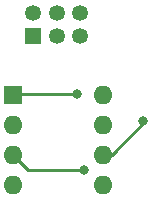
<source format=gbr>
G04 #@! TF.GenerationSoftware,KiCad,Pcbnew,(5.0.0)*
G04 #@! TF.CreationDate,2018-10-02T11:21:32+01:00*
G04 #@! TF.ProjectId,ArchMage,417263684D6167652E6B696361645F70,rev?*
G04 #@! TF.SameCoordinates,Original*
G04 #@! TF.FileFunction,Copper,L2,Bot,Signal*
G04 #@! TF.FilePolarity,Positive*
%FSLAX46Y46*%
G04 Gerber Fmt 4.6, Leading zero omitted, Abs format (unit mm)*
G04 Created by KiCad (PCBNEW (5.0.0)) date 10/02/18 11:21:32*
%MOMM*%
%LPD*%
G01*
G04 APERTURE LIST*
G04 #@! TA.AperFunction,ComponentPad*
%ADD10R,1.600000X1.600000*%
G04 #@! TD*
G04 #@! TA.AperFunction,ComponentPad*
%ADD11O,1.600000X1.600000*%
G04 #@! TD*
G04 #@! TA.AperFunction,ComponentPad*
%ADD12C,1.350000*%
G04 #@! TD*
G04 #@! TA.AperFunction,ComponentPad*
%ADD13R,1.350000X1.350000*%
G04 #@! TD*
G04 #@! TA.AperFunction,ViaPad*
%ADD14C,0.800000*%
G04 #@! TD*
G04 #@! TA.AperFunction,Conductor*
%ADD15C,0.250000*%
G04 #@! TD*
G04 APERTURE END LIST*
D10*
G04 #@! TO.P,J2,1*
G04 #@! TO.N,RESET*
X157500000Y-90750000D03*
D11*
G04 #@! TO.P,J2,5*
G04 #@! TO.N,PB0*
X165120000Y-98370000D03*
G04 #@! TO.P,J2,2*
G04 #@! TO.N,PB3*
X157500000Y-93290000D03*
G04 #@! TO.P,J2,6*
G04 #@! TO.N,PB1*
X165120000Y-95830000D03*
G04 #@! TO.P,J2,3*
G04 #@! TO.N,AD2*
X157500000Y-95830000D03*
G04 #@! TO.P,J2,7*
G04 #@! TO.N,PB2*
X165120000Y-93290000D03*
G04 #@! TO.P,J2,4*
G04 #@! TO.N,GND*
X157500000Y-98370000D03*
G04 #@! TO.P,J2,8*
G04 #@! TO.N,Vcc*
X165120000Y-90750000D03*
G04 #@! TD*
D12*
G04 #@! TO.P,J1,6*
G04 #@! TO.N,SCK*
X163200000Y-83800000D03*
G04 #@! TO.P,J1,5*
G04 #@! TO.N,MISO*
X161200000Y-83800000D03*
G04 #@! TO.P,J1,4*
G04 #@! TO.N,MOSI*
X159200000Y-83800000D03*
G04 #@! TO.P,J1,3*
G04 #@! TO.N,RESET*
X163200000Y-85800000D03*
G04 #@! TO.P,J1,2*
G04 #@! TO.N,Vcc*
X161200000Y-85800000D03*
D13*
G04 #@! TO.P,J1,1*
G04 #@! TO.N,GND*
X159200000Y-85800000D03*
G04 #@! TD*
D14*
G04 #@! TO.N,RESET*
X162900000Y-90700000D03*
G04 #@! TO.N,AD2*
X163500000Y-97100000D03*
G04 #@! TO.N,PB1*
X168500000Y-93000000D03*
G04 #@! TD*
D15*
G04 #@! TO.N,RESET*
X157550000Y-90700000D02*
X157500000Y-90750000D01*
X162900000Y-90700000D02*
X157550000Y-90700000D01*
G04 #@! TO.N,AD2*
X158770000Y-97100000D02*
X157500000Y-95830000D01*
X163500000Y-97100000D02*
X158770000Y-97100000D01*
G04 #@! TO.N,PB1*
X168700000Y-93000000D02*
X165870000Y-95830000D01*
X165870000Y-95830000D02*
X165120000Y-95830000D01*
G04 #@! TD*
M02*

</source>
